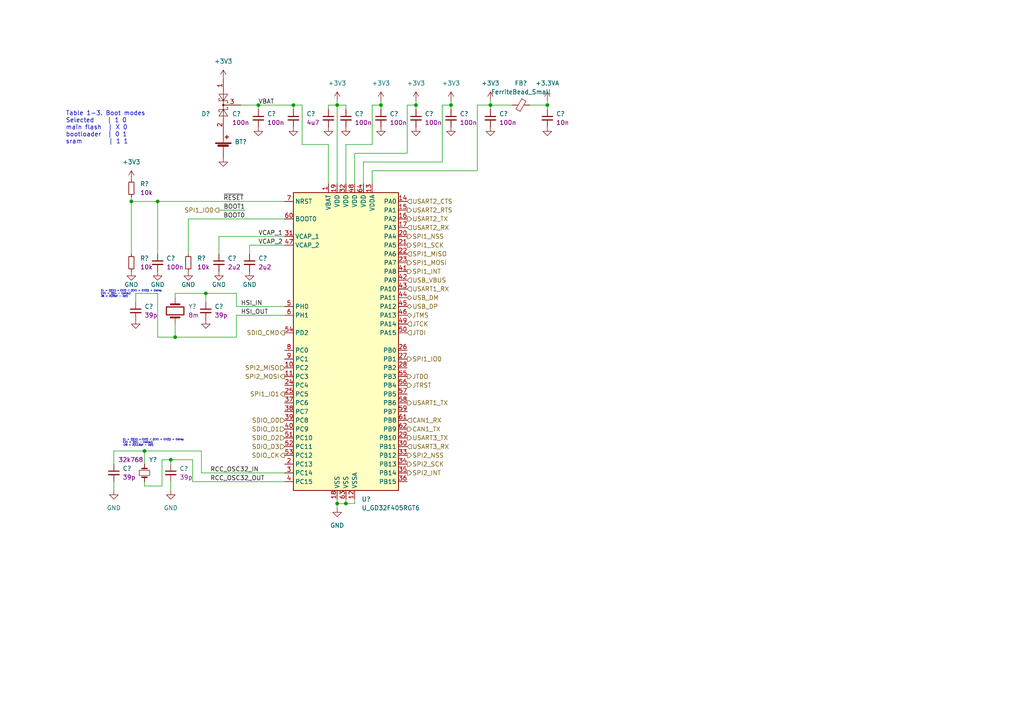
<source format=kicad_sch>
(kicad_sch (version 20211123) (generator eeschema)
  (paper "A4")
  (lib_symbols
    (symbol "BOM:BT_MS412FE-FL26E" (pin_numbers hide) (pin_names (offset 0) hide)
      (property "Reference" "BT" (at 2.54 2.54 0))
      (symbol "BT_MS412FE-FL26E_0_1"
        (rectangle (start -2.286 1.778) (end 2.286 1.524) (fill (type outline)))
        (rectangle (start -1.5748 1.1938) (end 1.4732 0.6858) (fill (type outline)))
        (polyline (pts (xy 0 0.762) (xy 0 0)))
        (polyline (pts (xy 0 1.778) (xy 0 2.54)))
        (polyline (pts (xy 0.508 3.429) (xy 1.524 3.429)) (stroke (width 0.254)))
        (polyline (pts (xy 1.016 3.937) (xy 1.016 2.921)) (stroke (width 0.254)))
      )
      (symbol "BT_MS412FE-FL26E_1_1"
        (pin passive line (at 0 5.08 270) (length 2.54) (name "+") (number "1"))
        (pin passive line (at 0 -2.54 90) (length 2.54) (name "-") (number "2"))
      )
    )
    (symbol "BOM:C_0402_100n" (pin_numbers hide) (pin_names (offset 0.254) hide)
      (property "Reference" "C" (at 0.254 1.778 0))
      (property "Capicatance" "100n" (at 3.81 -2.54 0))
      (symbol "C_0402_100n_0_1"
        (polyline (pts (xy -1.524 -0.508) (xy 1.524 -0.508)) (stroke (width 0.3302)))
        (polyline (pts (xy -1.524 0.508) (xy 1.524 0.508)) (stroke (width 0.3048)))
      )
      (symbol "C_0402_100n_1_1"
        (pin passive line (at 0 2.54 270) (length 2.032) (name "~") (number "1"))
        (pin passive line (at 0 -2.54 90) (length 2.032) (name "~") (number "2"))
      )
    )
    (symbol "BOM:C_0402_10n" (pin_numbers hide) (pin_names (offset 0.254) hide)
      (property "Reference" "C" (at 0.254 1.778 0))
      (property "Capicatance" "10n" (at 3.81 -2.54 0))
      (symbol "C_0402_10n_0_1"
        (polyline (pts (xy -1.524 -0.508) (xy 1.524 -0.508)) (stroke (width 0.3302)))
        (polyline (pts (xy -1.524 0.508) (xy 1.524 0.508)) (stroke (width 0.3048)))
      )
      (symbol "C_0402_10n_1_1"
        (pin passive line (at 0 2.54 270) (length 2.032) (name "~") (number "1"))
        (pin passive line (at 0 -2.54 90) (length 2.032) (name "~") (number "2"))
      )
    )
    (symbol "BOM:C_0402_2u2" (pin_numbers hide) (pin_names (offset 0.254) hide)
      (property "Reference" "C" (at 0.254 1.778 0))
      (property "Capacitance" "2u2" (at 3.81 -2.54 0))
      (symbol "C_0402_2u2_0_1"
        (polyline (pts (xy -1.524 -0.508) (xy 1.524 -0.508)) (stroke (width 0.3302)))
        (polyline (pts (xy -1.524 0.508) (xy 1.524 0.508)) (stroke (width 0.3048)))
      )
      (symbol "C_0402_2u2_1_1"
        (pin passive line (at 0 2.54 270) (length 2.032) (name "~") (number "1"))
        (pin passive line (at 0 -2.54 90) (length 2.032) (name "~") (number "2"))
      )
    )
    (symbol "BOM:C_0402_39p" (pin_numbers hide) (pin_names (offset 0.254) hide)
      (property "Reference" "C" (at 0.254 1.778 0))
      (property "Capacitance" "39p" (at 2.54 -2.54 0))
      (symbol "C_0402_39p_0_1"
        (polyline (pts (xy -1.524 -0.508) (xy 1.524 -0.508)) (stroke (width 0.3302)))
        (polyline (pts (xy -1.524 0.508) (xy 1.524 0.508)) (stroke (width 0.3048)))
      )
      (symbol "C_0402_39p_1_1"
        (pin passive line (at 0 2.54 270) (length 2.032) (name "~") (number "1"))
        (pin passive line (at 0 -2.54 90) (length 2.032) (name "~") (number "2"))
      )
    )
    (symbol "BOM:C_0402_4u7" (pin_numbers hide) (pin_names (offset 0.254) hide)
      (property "Reference" "C" (at 0.254 1.778 0))
      (property "Capicatance" "4u7" (at 0 0 0))
      (symbol "C_0402_4u7_0_1"
        (polyline (pts (xy -1.524 -0.508) (xy 1.524 -0.508)) (stroke (width 0.3302)))
        (polyline (pts (xy -1.524 0.508) (xy 1.524 0.508)) (stroke (width 0.3048)))
      )
      (symbol "C_0402_4u7_1_1"
        (pin passive line (at 0 2.54 270) (length 2.032) (name "~") (number "1"))
        (pin passive line (at 0 -2.54 90) (length 2.032) (name "~") (number "2"))
      )
    )
    (symbol "BOM:D_BAT54C" (pin_names (offset 1.016))
      (property "Reference" "D" (at 0.635 -3.81 0))
      (property "Value" "D_BAT54C" (at -6.35 3.175 0))
      (symbol "D_BAT54C_0_1"
        (polyline (pts (xy -1.905 0) (xy 1.905 0)))
        (polyline (pts (xy -1.905 1.27) (xy -1.905 1.016)))
        (polyline (pts (xy -1.27 -1.27) (xy -0.635 -1.27)))
        (polyline (pts (xy -1.27 0) (xy -3.81 0)))
        (polyline (pts (xy -1.27 1.27) (xy -1.905 1.27)))
        (polyline (pts (xy -1.27 1.27) (xy -1.27 -1.27)))
        (polyline (pts (xy -0.635 -1.27) (xy -0.635 -1.016)))
        (polyline (pts (xy 0.635 -1.27) (xy 0.635 -1.016)))
        (polyline (pts (xy 1.27 -1.27) (xy 0.635 -1.27)))
        (polyline (pts (xy 1.27 1.27) (xy 1.27 -1.27)))
        (polyline (pts (xy 1.27 1.27) (xy 1.905 1.27)))
        (polyline (pts (xy 1.905 1.27) (xy 1.905 1.016)))
        (polyline (pts (xy 3.81 0) (xy 1.27 0)))
        (polyline (pts (xy -3.175 -1.27) (xy -3.175 1.27) (xy -1.27 0) (xy -3.175 -1.27)))
        (polyline (pts (xy 3.175 -1.27) (xy 3.175 1.27) (xy 1.27 0) (xy 3.175 -1.27)))
        (circle (center 0 0) (radius 0.254) (fill (type outline)))
      )
      (symbol "D_BAT54C_1_1"
        (pin passive line (at -7.62 0 0) (length 3.81) (name "~") (number "1"))
        (pin passive line (at 7.62 0 180) (length 3.81) (name "~") (number "2"))
        (pin passive line (at 0 -5.08 90) (length 5.08) (name "~") (number "3"))
      )
    )
    (symbol "BOM:FerriteBead_Small" (pin_numbers hide) (pin_names (offset 0))
      (property "Reference" "FB" (at 1.905 1.27 0))
      (property "Value" "FerriteBead_Small" (at 1.905 -1.27 0))
      (symbol "FerriteBead_Small_0_1"
        (polyline (pts (xy 0 -1.27) (xy 0 -0.7874)))
        (polyline (pts (xy 0 0.889) (xy 0 1.2954)))
        (polyline (pts (xy -1.8288 0.2794) (xy -1.1176 1.4986) (xy 1.8288 -0.2032) (xy 1.1176 -1.4224) (xy -1.8288 0.2794)))
      )
      (symbol "FerriteBead_Small_1_1"
        (pin passive line (at 0 2.54 270) (length 1.27) (name "~") (number "1"))
        (pin passive line (at 0 -2.54 90) (length 1.27) (name "~") (number "2"))
      )
    )
    (symbol "BOM:R_0402_10k" (pin_numbers hide) (pin_names (offset 0.254) hide)
      (property "Reference" "R" (at 0.762 0.508 0))
      (property "Resistance" "10k" (at 3.81 -1.27 0))
      (symbol "R_0402_10k_0_1"
        (rectangle (start -0.762 1.778) (end 0.762 -1.778) (stroke (width 0.2032)))
      )
      (symbol "R_0402_10k_1_1"
        (pin passive line (at 0 2.54 270) (length 0.762) (name "~") (number "1"))
        (pin passive line (at 0 -2.54 90) (length 0.762) (name "~") (number "2"))
      )
    )
    (symbol "BOM:U_GD32F405RGT6"
      (property "Reference" "U" (at -15.24 44.45 0))
      (property "Value" "U_GD32F405RGT6" (at 10.16 44.45 0))
      (symbol "U_GD32F405RGT6_0_1"
        (rectangle (start -15.24 -43.18) (end 15.24 43.18) (stroke (width 0.254)) (fill (type background)))
      )
      (symbol "U_GD32F405RGT6_1_1"
        (pin power_in line (at -5.08 45.72 270) (length 2.54) (name "VBAT") (number "1"))
        (pin bidirectional line (at -17.78 -7.62 0) (length 2.54) (name "PC2") (number "10"))
        (pin bidirectional line (at -17.78 -10.16 0) (length 2.54) (name "PC3") (number "11"))
        (pin power_in line (at 2.54 -45.72 90) (length 2.54) (name "VSSA") (number "12"))
        (pin power_in line (at 7.62 45.72 270) (length 2.54) (name "VDDA") (number "13"))
        (pin bidirectional line (at 17.78 40.64 180) (length 2.54) (name "PA0") (number "14"))
        (pin bidirectional line (at 17.78 38.1 180) (length 2.54) (name "PA1") (number "15"))
        (pin bidirectional line (at 17.78 35.56 180) (length 2.54) (name "PA2") (number "16"))
        (pin bidirectional line (at 17.78 33.02 180) (length 2.54) (name "PA3") (number "17"))
        (pin power_in line (at -2.54 -45.72 90) (length 2.54) (name "VSS") (number "18"))
        (pin power_in line (at -2.54 45.72 270) (length 2.54) (name "VDD") (number "19"))
        (pin bidirectional line (at -17.78 -35.56 0) (length 2.54) (name "PC13") (number "2"))
        (pin bidirectional line (at 17.78 30.48 180) (length 2.54) (name "PA4") (number "20"))
        (pin bidirectional line (at 17.78 27.94 180) (length 2.54) (name "PA5") (number "21"))
        (pin bidirectional line (at 17.78 25.4 180) (length 2.54) (name "PA6") (number "22"))
        (pin bidirectional line (at 17.78 22.86 180) (length 2.54) (name "PA7") (number "23"))
        (pin bidirectional line (at -17.78 -12.7 0) (length 2.54) (name "PC4") (number "24"))
        (pin bidirectional line (at -17.78 -15.24 0) (length 2.54) (name "PC5") (number "25"))
        (pin bidirectional line (at 17.78 -2.54 180) (length 2.54) (name "PB0") (number "26"))
        (pin bidirectional line (at 17.78 -5.08 180) (length 2.54) (name "PB1") (number "27"))
        (pin bidirectional line (at 17.78 -7.62 180) (length 2.54) (name "PB2") (number "28"))
        (pin bidirectional line (at 17.78 -27.94 180) (length 2.54) (name "PB10") (number "29"))
        (pin bidirectional line (at -17.78 -38.1 0) (length 2.54) (name "PC14") (number "3"))
        (pin bidirectional line (at 17.78 -30.48 180) (length 2.54) (name "PB11") (number "30"))
        (pin power_in line (at -17.78 30.48 0) (length 2.54) (name "VCAP_1") (number "31"))
        (pin power_in line (at 0 45.72 270) (length 2.54) (name "VDD") (number "32"))
        (pin bidirectional line (at 17.78 -33.02 180) (length 2.54) (name "PB12") (number "33"))
        (pin bidirectional line (at 17.78 -35.56 180) (length 2.54) (name "PB13") (number "34"))
        (pin bidirectional line (at 17.78 -38.1 180) (length 2.54) (name "PB14") (number "35"))
        (pin bidirectional line (at 17.78 -40.64 180) (length 2.54) (name "PB15") (number "36"))
        (pin bidirectional line (at -17.78 -17.78 0) (length 2.54) (name "PC6") (number "37"))
        (pin bidirectional line (at -17.78 -20.32 0) (length 2.54) (name "PC7") (number "38"))
        (pin bidirectional line (at -17.78 -22.86 0) (length 2.54) (name "PC8") (number "39"))
        (pin bidirectional line (at -17.78 -40.64 0) (length 2.54) (name "PC15") (number "4"))
        (pin bidirectional line (at -17.78 -25.4 0) (length 2.54) (name "PC9") (number "40"))
        (pin bidirectional line (at 17.78 20.32 180) (length 2.54) (name "PA8") (number "41"))
        (pin bidirectional line (at 17.78 17.78 180) (length 2.54) (name "PA9") (number "42"))
        (pin bidirectional line (at 17.78 15.24 180) (length 2.54) (name "PA10") (number "43"))
        (pin bidirectional line (at 17.78 12.7 180) (length 2.54) (name "PA11") (number "44"))
        (pin bidirectional line (at 17.78 10.16 180) (length 2.54) (name "PA12") (number "45"))
        (pin bidirectional line (at 17.78 7.62 180) (length 2.54) (name "PA13") (number "46"))
        (pin power_in line (at -17.78 27.94 0) (length 2.54) (name "VCAP_2") (number "47"))
        (pin power_in line (at 2.54 45.72 270) (length 2.54) (name "VDD") (number "48"))
        (pin bidirectional line (at 17.78 5.08 180) (length 2.54) (name "PA14") (number "49"))
        (pin input line (at -17.78 10.16 0) (length 2.54) (name "PH0") (number "5"))
        (pin bidirectional line (at 17.78 2.54 180) (length 2.54) (name "PA15") (number "50"))
        (pin bidirectional line (at -17.78 -27.94 0) (length 2.54) (name "PC10") (number "51"))
        (pin bidirectional line (at -17.78 -30.48 0) (length 2.54) (name "PC11") (number "52"))
        (pin bidirectional line (at -17.78 -33.02 0) (length 2.54) (name "PC12") (number "53"))
        (pin bidirectional line (at -17.78 2.54 0) (length 2.54) (name "PD2") (number "54"))
        (pin bidirectional line (at 17.78 -10.16 180) (length 2.54) (name "PB3") (number "55"))
        (pin bidirectional line (at 17.78 -12.7 180) (length 2.54) (name "PB4") (number "56"))
        (pin bidirectional line (at 17.78 -15.24 180) (length 2.54) (name "PB5") (number "57"))
        (pin bidirectional line (at 17.78 -17.78 180) (length 2.54) (name "PB6") (number "58"))
        (pin bidirectional line (at 17.78 -20.32 180) (length 2.54) (name "PB7") (number "59"))
        (pin input line (at -17.78 7.62 0) (length 2.54) (name "PH1") (number "6"))
        (pin input line (at -17.78 35.56 0) (length 2.54) (name "BOOT0") (number "60"))
        (pin bidirectional line (at 17.78 -22.86 180) (length 2.54) (name "PB8") (number "61"))
        (pin bidirectional line (at 17.78 -25.4 180) (length 2.54) (name "PB9") (number "62"))
        (pin power_in line (at 0 -45.72 90) (length 2.54) (name "VSS") (number "63"))
        (pin power_in line (at 5.08 45.72 270) (length 2.54) (name "VDD") (number "64"))
        (pin input line (at -17.78 40.64 0) (length 2.54) (name "NRST") (number "7"))
        (pin bidirectional line (at -17.78 -2.54 0) (length 2.54) (name "PC0") (number "8"))
        (pin bidirectional line (at -17.78 -5.08 0) (length 2.54) (name "PC1") (number "9"))
      )
    )
    (symbol "BOM:Y_32.768k" (pin_numbers hide) (pin_names (offset 1.016) hide)
      (property "Reference" "Y" (at 0 2.54 0))
      (property "Frequency" "32k768" (at 0 0 0))
      (symbol "Y_32.768k_0_1"
        (rectangle (start -0.762 -1.524) (end 0.762 1.524))
        (polyline (pts (xy -1.27 -0.762) (xy -1.27 0.762)) (stroke (width 0.381)))
        (polyline (pts (xy 1.27 -0.762) (xy 1.27 0.762)) (stroke (width 0.381)))
      )
      (symbol "Y_32.768k_1_1"
        (pin passive line (at -2.54 0 0) (length 1.27) (name "1") (number "1"))
        (pin passive line (at 2.54 0 180) (length 1.27) (name "2") (number "2"))
      )
    )
    (symbol "BOM:Y_8m" (pin_numbers hide) (pin_names (offset 1.016) hide)
      (property "Reference" "Y" (at 0 3.81 0))
      (property "Frequency" "8m" (at 0 0 0))
      (symbol "Y_8m_0_1"
        (rectangle (start -1.143 2.54) (end 1.143 -2.54) (stroke (width 0.3048)))
        (polyline (pts (xy -2.54 0) (xy -1.905 0)))
        (polyline (pts (xy -1.905 -1.27) (xy -1.905 1.27)) (stroke (width 0.508)))
        (polyline (pts (xy 1.905 -1.27) (xy 1.905 1.27)) (stroke (width 0.508)))
        (polyline (pts (xy 2.54 0) (xy 1.905 0)))
      )
      (symbol "Y_8m_1_1"
        (pin passive line (at -3.81 0 0) (length 1.27) (name "1") (number "1"))
        (pin passive line (at 3.81 0 180) (length 1.27) (name "2") (number "2"))
      )
    )
    (symbol "power:+3.3VA" (power) (pin_names (offset 0))
      (property "Value" "+3.3VA" (at 0 3.556 0))
      (symbol "+3.3VA_0_1"
        (polyline (pts (xy -0.762 1.27) (xy 0 2.54)))
        (polyline (pts (xy 0 0) (xy 0 2.54)))
        (polyline (pts (xy 0 2.54) (xy 0.762 1.27)))
      )
      (symbol "+3.3VA_1_1"
        (pin power_in line (at 0 0 90) (length 0) hide (name "+3.3VA") (number "1"))
      )
    )
    (symbol "power:+3V3" (power) (pin_names (offset 0))
      (property "Value" "+3V3" (at 0 3.556 0))
      (symbol "+3V3_0_1"
        (polyline (pts (xy -0.762 1.27) (xy 0 2.54)))
        (polyline (pts (xy 0 0) (xy 0 2.54)))
        (polyline (pts (xy 0 2.54) (xy 0.762 1.27)))
      )
      (symbol "+3V3_1_1"
        (pin power_in line (at 0 0 90) (length 0) hide (name "+3V3") (number "1"))
      )
    )
    (symbol "power:GND" (power) (pin_names (offset 0))
      (property "Value" "GND" (at 0 -3.81 0))
      (symbol "GND_0_1"
        (polyline (pts (xy 0 0) (xy 0 -1.27) (xy 1.27 -1.27) (xy 0 -2.54) (xy -1.27 -1.27) (xy 0 -1.27)))
      )
      (symbol "GND_1_1"
        (pin power_in line (at 0 0 270) (length 0) hide (name "GND") (number "1"))
      )
    )
  )
  (junction (at 158.75 30.48))
  (junction (at 97.79 146.05))
  (junction (at 45.72 58.42))
  (junction (at 142.24 30.48))
  (junction (at 130.81 30.48))
  (junction (at 74.93 30.48))
  (junction (at 41.91 130.81))
  (junction (at 85.09 30.48))
  (junction (at 49.53 133.35))
  (junction (at 100.33 146.05))
  (junction (at 120.65 30.48))
  (junction (at 110.49 30.48))
  (junction (at 38.1 58.42))
  (junction (at 50.8 97.79))
  (junction (at 59.69 85.09))
  (junction (at 97.79 30.48))
  (wire (pts (xy 49.53 133.35) (xy 55.88 133.35)))
  (wire (pts (xy 59.69 85.09) (xy 68.58 85.09)))
  (wire (pts (xy 69.85 30.48) (xy 74.93 30.48)))
  (wire (pts (xy 97.79 29.21) (xy 97.79 30.48)))
  (wire (pts (xy 82.55 68.58) (xy 63.5 68.58)))
  (wire (pts (xy 102.87 146.05) (xy 102.87 144.78)))
  (wire (pts (xy 55.88 133.35) (xy 55.88 139.7)))
  (wire (pts (xy 97.79 30.48) (xy 97.79 53.34)))
  (wire (pts (xy 50.8 93.98) (xy 50.8 97.79)))
  (wire (pts (xy 97.79 144.78) (xy 97.79 146.05)))
  (wire (pts (xy 33.02 139.7) (xy 33.02 142.24)))
  (wire (pts (xy 100.33 146.05) (xy 102.87 146.05)))
  (wire (pts (xy 74.93 30.48) (xy 85.09 30.48)))
  (wire (pts (xy 45.72 58.42) (xy 82.55 58.42)))
  (wire (pts (xy 153.67 30.48) (xy 158.75 30.48)))
  (wire (pts (xy 82.55 71.12) (xy 72.39 71.12)))
  (wire (pts (xy 59.69 85.09) (xy 59.69 87.63)))
  (wire (pts (xy 55.88 139.7) (xy 82.55 139.7)))
  (wire (pts (xy 97.79 146.05) (xy 100.33 146.05)))
  (wire (pts (xy 49.53 133.35) (xy 46.99 133.35)))
  (wire (pts (xy 45.72 85.09) (xy 45.72 97.79)))
  (wire (pts (xy 33.02 134.62) (xy 33.02 130.81)))
  (wire (pts (xy 95.25 30.48) (xy 97.79 30.48)))
  (wire (pts (xy 105.41 46.99) (xy 128.27 46.99)))
  (wire (pts (xy 58.42 130.81) (xy 41.91 130.81)))
  (wire (pts (xy 142.24 30.48) (xy 148.59 30.48)))
  (wire (pts (xy 100.33 146.05) (xy 100.33 144.78)))
  (wire (pts (xy 50.8 86.36) (xy 50.8 85.09)))
  (wire (pts (xy 102.87 44.45) (xy 118.11 44.45)))
  (wire (pts (xy 63.5 60.96) (xy 71.12 60.96)))
  (wire (pts (xy 87.63 41.91) (xy 95.25 41.91)))
  (wire (pts (xy 100.33 30.48) (xy 97.79 30.48)))
  (wire (pts (xy 107.95 49.53) (xy 138.43 49.53)))
  (wire (pts (xy 95.25 41.91) (xy 95.25 53.34)))
  (wire (pts (xy 105.41 46.99) (xy 105.41 53.34)))
  (wire (pts (xy 138.43 30.48) (xy 142.24 30.48)))
  (wire (pts (xy 49.53 139.7) (xy 49.53 142.24)))
  (wire (pts (xy 95.25 31.75) (xy 95.25 30.48)))
  (wire (pts (xy 142.24 30.48) (xy 142.24 31.75)))
  (wire (pts (xy 130.81 29.21) (xy 130.81 30.48)))
  (wire (pts (xy 85.09 30.48) (xy 87.63 30.48)))
  (wire (pts (xy 38.1 58.42) (xy 45.72 58.42)))
  (wire (pts (xy 50.8 85.09) (xy 59.69 85.09)))
  (wire (pts (xy 68.58 88.9) (xy 82.55 88.9)))
  (wire (pts (xy 46.99 140.97) (xy 41.91 140.97)))
  (wire (pts (xy 110.49 30.48) (xy 107.95 30.48)))
  (wire (pts (xy 72.39 71.12) (xy 72.39 73.66)))
  (wire (pts (xy 45.72 58.42) (xy 45.72 73.66)))
  (wire (pts (xy 138.43 49.53) (xy 138.43 30.48)))
  (wire (pts (xy 120.65 29.21) (xy 120.65 30.48)))
  (wire (pts (xy 74.93 30.48) (xy 74.93 31.75)))
  (wire (pts (xy 45.72 85.09) (xy 39.37 85.09)))
  (wire (pts (xy 49.53 134.62) (xy 49.53 133.35)))
  (wire (pts (xy 87.63 30.48) (xy 87.63 41.91)))
  (wire (pts (xy 107.95 53.34) (xy 107.95 49.53)))
  (wire (pts (xy 107.95 30.48) (xy 107.95 41.91)))
  (wire (pts (xy 100.33 41.91) (xy 100.33 53.34)))
  (wire (pts (xy 58.42 137.16) (xy 82.55 137.16)))
  (wire (pts (xy 97.79 146.05) (xy 97.79 147.32)))
  (wire (pts (xy 110.49 29.21) (xy 110.49 30.48)))
  (wire (pts (xy 63.5 68.58) (xy 63.5 73.66)))
  (wire (pts (xy 128.27 30.48) (xy 130.81 30.48)))
  (wire (pts (xy 118.11 44.45) (xy 118.11 30.48)))
  (wire (pts (xy 38.1 73.66) (xy 38.1 58.42)))
  (wire (pts (xy 39.37 85.09) (xy 39.37 87.63)))
  (wire (pts (xy 50.8 97.79) (xy 45.72 97.79)))
  (wire (pts (xy 68.58 91.44) (xy 68.58 97.79)))
  (wire (pts (xy 54.61 63.5) (xy 54.61 73.66)))
  (wire (pts (xy 46.99 133.35) (xy 46.99 140.97)))
  (wire (pts (xy 82.55 91.44) (xy 68.58 91.44)))
  (wire (pts (xy 142.24 29.21) (xy 142.24 30.48)))
  (wire (pts (xy 41.91 130.81) (xy 41.91 134.62)))
  (wire (pts (xy 130.81 30.48) (xy 130.81 31.75)))
  (wire (pts (xy 68.58 85.09) (xy 68.58 88.9)))
  (wire (pts (xy 118.11 30.48) (xy 120.65 30.48)))
  (wire (pts (xy 107.95 41.91) (xy 100.33 41.91)))
  (wire (pts (xy 102.87 44.45) (xy 102.87 53.34)))
  (wire (pts (xy 38.1 57.15) (xy 38.1 58.42)))
  (wire (pts (xy 54.61 63.5) (xy 82.55 63.5)))
  (wire (pts (xy 68.58 97.79) (xy 50.8 97.79)))
  (wire (pts (xy 120.65 30.48) (xy 120.65 31.75)))
  (wire (pts (xy 128.27 46.99) (xy 128.27 30.48)))
  (wire (pts (xy 58.42 137.16) (xy 58.42 130.81)))
  (wire (pts (xy 100.33 31.75) (xy 100.33 30.48)))
  (wire (pts (xy 41.91 140.97) (xy 41.91 139.7)))
  (wire (pts (xy 33.02 130.81) (xy 41.91 130.81)))
  (wire (pts (xy 158.75 29.21) (xy 158.75 30.48)))
  (wire (pts (xy 158.75 31.75) (xy 158.75 30.48)))
  (wire (pts (xy 110.49 31.75) (xy 110.49 30.48)))
  (wire (pts (xy 85.09 31.75) (xy 85.09 30.48)))
  (text "CL = ((CX1 x CX2) / (CX1 + CX2)) + Cstray\nCX1 = 2(CL - Cstray)\n36 = 2(20pf - 2pf)" (at 29.21 86.36 0) (effects (font (size 0.5 0.5)) (justify left bottom)))
  (text "Table 1-3. Boot modes\nSelected    | 1 0\nmain flash  | X 0\nbootloader  | 0 1\nsram        | 1 1" (at 19.05 41.91 0) (effects (font (size 1.27 1.27)) (justify left bottom)))
  (text "CL = ((CX1 x CX2) / (CX1 + CX2)) + Cstray\nCX1 = 2(CL - Cstray)\n~20 = 2(12.5pf - 2pf)" (at 35.56 129.54 0) (effects (font (size 0.5 0.5)) (justify left bottom)))
  (label "~{RESET}" (at 64.77 58.42 0))
  (label "BOOT0" (at 64.77 63.5 0))
  (label "VCAP_2" (at 74.93 71.12 0))
  (label "BOOT1" (at 71.12 60.96 180))
  (label "RCC_OSC32_IN" (at 60.96 137.16 0))
  (label "HSI_IN" (at 69.85 88.9 0))
  (label "VBAT" (at 74.93 30.48 0))
  (label "RCC_OSC32_OUT" (at 60.96 139.7 0))
  (label "VCAP_1" (at 74.93 68.58 0))
  (label "HSI_OUT" (at 69.85 91.44 0))
  (hierarchical_label "USART3_TX" (shape output) (at 118.11 127 0))
  (hierarchical_label "SPI1_NSS" (shape output) (at 118.11 68.58 0))
  (hierarchical_label "SPI2_SCK" (shape output) (at 118.11 134.62 0))
  (hierarchical_label "USART2_RTS" (shape output) (at 118.11 60.96 0))
  (hierarchical_label "USART1_TX" (shape output) (at 118.11 116.84 0))
  (hierarchical_label "USART3_RX" (shape input) (at 118.11 129.54 0))
  (hierarchical_label "SPI1_IO0" (shape output) (at 118.11 104.14 0))
  (hierarchical_label "SPI2_NSS" (shape output) (at 118.11 132.08 0))
  (hierarchical_label "SDIO_D0" (shape input) (at 82.55 121.92 180))
  (hierarchical_label "SDIO_D3" (shape input) (at 82.55 129.54 180))
  (hierarchical_label "SPI1_IO1" (shape output) (at 82.55 114.3 180))
  (hierarchical_label "SDIO_CMD" (shape output) (at 82.55 96.52 180))
  (hierarchical_label "USB_DP" (shape bidirectional) (at 118.11 88.9 0))
  (hierarchical_label "USART2_CTS" (shape input) (at 118.11 58.42 0))
  (hierarchical_label "USB_VBUS" (shape input) (at 118.11 81.28 0))
  (hierarchical_label "USB_DM" (shape bidirectional) (at 118.11 86.36 0))
  (hierarchical_label "USART1_RX" (shape input) (at 118.11 83.82 0))
  (hierarchical_label "JTDI" (shape input) (at 118.11 96.52 0))
  (hierarchical_label "SPI1_INT" (shape output) (at 118.11 78.74 0))
  (hierarchical_label "JTCK" (shape input) (at 118.11 93.98 0))
  (hierarchical_label "SPI2_MOSI" (shape output) (at 82.55 109.22 180))
  (hierarchical_label "JTRST" (shape output) (at 118.11 111.76 0))
  (hierarchical_label "SPI1_IO0" (shape output) (at 63.5 60.96 180))
  (hierarchical_label "USART2_TX" (shape output) (at 118.11 63.5 0))
  (hierarchical_label "SPI2_MISO" (shape input) (at 82.55 106.68 180))
  (hierarchical_label "SPI1_MISO" (shape input) (at 118.11 73.66 0))
  (hierarchical_label "CAN1_TX" (shape output) (at 118.11 124.46 0))
  (hierarchical_label "JTDO" (shape output) (at 118.11 109.22 0))
  (hierarchical_label "SDIO_D1" (shape input) (at 82.55 124.46 180))
  (hierarchical_label "JTMS" (shape bidirectional) (at 118.11 91.44 0))
  (hierarchical_label "USART2_RX" (shape input) (at 118.11 66.04 0))
  (hierarchical_label "SPI1_SCK" (shape output) (at 118.11 71.12 0))
  (hierarchical_label "CAN1_RX" (shape input) (at 118.11 121.92 0))
  (hierarchical_label "SDIO_CK" (shape output) (at 82.55 132.08 180))
  (hierarchical_label "SPI2_INT" (shape output) (at 118.11 137.16 0))
  (hierarchical_label "SPI1_MOSI" (shape output) (at 118.11 76.2 0))
  (hierarchical_label "SDIO_D2" (shape input) (at 82.55 127 180))
  (symbol (lib_id "power:GND") (at 54.61 78.74 0) (unit 1)
    (property "Reference" "#PWR?" (effects hide))
    (property "Value" "GND" (at 54.61 82.55 0))
  )
  (symbol (lib_id "BOM:C_0402_39p") (at 59.69 90.17 0) (unit 1)
    (property "Reference" "C?" (at 62.23 88.9062 0) (effects (justify left)))
    (property "Value" "C_0402_39p" (effects hide))
    (property "Footprint" "Capacitor_SMD:C_0402_1005Metric" (effects hide))
    (property "Datasheet" "https://datasheet.lcsc.com/lcsc/1811141710_FH--Guangdong-Fenghua-Advanced-Tech-0402CG390J500NT_C1563.pdf" (effects hide))
    (property "Capacitance" "39p" (at 62.23 91.4462 0) (effects (justify left)))
    (property "MPN" "0402CG390J500NT" (effects hide))
    (property "LCSC" "C1563" (effects hide))
  )
  (symbol (lib_id "power:GND") (at 158.75 36.83 0) (unit 1)
    (property "Reference" "#PWR?" (effects hide))
    (property "Value" "GND" (effects hide))
  )
  (symbol (lib_id "power:GND") (at 63.5 78.74 0) (unit 1)
    (property "Reference" "#PWR?" (effects hide))
    (property "Value" "GND" (at 63.5 82.55 0))
  )
  (symbol (lib_id "BOM:C_0402_100n") (at 85.09 34.29 0) (unit 1)
    (property "Reference" "C?" (at 77.47 33.0262 0) (effects (justify left)))
    (property "Value" "C_0402_100n" (effects hide))
    (property "Footprint" "Capacitor_SMD:C_0402_1005Metric" (effects hide))
    (property "Capicatance" "100n" (at 77.47 35.5662 0) (effects (justify left)))
  )
  (symbol (lib_id "BOM:C_0402_2u2") (at 63.5 76.2 0) (unit 1)
    (property "Reference" "C?" (at 66.04 74.9362 0) (effects (justify left)))
    (property "Value" "C_0402_2u2" (effects hide))
    (property "Footprint" "Capacitor_SMD:C_0402_1005Metric" (effects hide))
    (property "Capacitance" "2u2" (at 66.04 77.4762 0) (effects (justify left)))
  )
  (symbol (lib_id "power:GND") (at 95.25 36.83 0) (unit 1)
    (property "Reference" "#PWR?" (effects hide))
    (property "Value" "GND" (effects hide))
  )
  (symbol (lib_id "power:+3V3") (at 110.49 29.21 0) (unit 1)
    (property "Reference" "#PWR?" (effects hide))
    (property "Value" "+3V3" (at 110.49 24.13 0))
  )
  (symbol (lib_id "power:+3.3VA") (at 158.75 29.21 0) (unit 1)
    (property "Reference" "#PWR?" (effects hide))
    (property "Value" "+3.3VA" (at 158.75 24.13 0))
  )
  (symbol (lib_id "power:GND") (at 45.72 78.74 0) (unit 1)
    (property "Reference" "#PWR?" (effects hide))
    (property "Value" "GND" (at 45.72 82.55 0))
  )
  (symbol (lib_id "power:GND") (at 38.1 78.74 0) (unit 1)
    (property "Reference" "#PWR?" (effects hide))
    (property "Value" "GND" (at 38.1 82.55 0))
  )
  (symbol (lib_id "power:GND") (at 97.79 147.32 0) (unit 1)
    (property "Reference" "#PWR?" (effects hide))
    (property "Value" "GND" (at 97.79 152.4 0))
  )
  (symbol (lib_id "power:GND") (at 130.81 36.83 0) (unit 1)
    (property "Reference" "#PWR?" (effects hide))
    (property "Value" "GND" (effects hide))
  )
  (symbol (lib_id "power:+3V3") (at 64.77 22.86 0) (unit 1)
    (property "Reference" "#PWR?" (effects hide))
    (property "Value" "+3V3" (at 64.77 17.78 0))
  )
  (symbol (lib_id "BOM:C_0402_39p") (at 39.37 90.17 0) (unit 1)
    (property "Reference" "C?" (at 41.91 88.9062 0) (effects (justify left)))
    (property "Value" "C_0402_39p" (effects hide))
    (property "Footprint" "Capacitor_SMD:C_0402_1005Metric" (effects hide))
    (property "Datasheet" "https://datasheet.lcsc.com/lcsc/1811141710_FH--Guangdong-Fenghua-Advanced-Tech-0402CG390J500NT_C1563.pdf" (effects hide))
    (property "Capacitance" "39p" (at 41.91 91.4462 0) (effects (justify left)))
    (property "MPN" "0402CG390J500NT" (effects hide))
    (property "LCSC" "C1563" (effects hide))
  )
  (symbol (lib_id "power:GND") (at 74.93 36.83 0) (unit 1)
    (property "Reference" "#PWR?" (effects hide))
    (property "Value" "GND" (effects hide))
  )
  (symbol (lib_id "power:GND") (at 49.53 142.24 0) (unit 1)
    (property "Reference" "#PWR?" (effects hide))
    (property "Value" "GND" (at 49.53 147.32 0))
  )
  (symbol (lib_id "power:GND") (at 72.39 78.74 0) (unit 1)
    (property "Reference" "#PWR?" (effects hide))
    (property "Value" "GND" (at 72.39 82.55 0))
  )
  (symbol (lib_id "power:+3V3") (at 120.65 29.21 0) (unit 1)
    (property "Reference" "#PWR?" (effects hide))
    (property "Value" "+3V3" (at 120.65 24.13 0))
  )
  (symbol (lib_id "BOM:C_0402_100n") (at 130.81 34.29 0) (unit 1)
    (property "Reference" "C?" (at 133.35 33.0262 0) (effects (justify left)))
    (property "Value" "C_0402_100n" (effects hide))
    (property "Footprint" "Capacitor_SMD:C_0402_1005Metric" (effects hide))
    (property "Capicatance" "100n" (at 133.35 35.5662 0) (effects (justify left)))
  )
  (symbol (lib_id "BOM:C_0402_39p") (at 33.02 137.16 0) (unit 1)
    (property "Reference" "C?" (at 35.56 135.8962 0) (effects (justify left)))
    (property "Value" "C_0402_39p" (effects hide))
    (property "Footprint" "Capacitor_SMD:C_0402_1005Metric" (effects hide))
    (property "Datasheet" "https://datasheet.lcsc.com/lcsc/1811141710_FH--Guangdong-Fenghua-Advanced-Tech-0402CG390J500NT_C1563.pdf" (effects hide))
    (property "Capacitance" "39p" (at 35.56 138.4362 0) (effects (justify left)))
    (property "MPN" "0402CG390J500NT" (effects hide))
    (property "LCSC" "C1563" (effects hide))
  )
  (symbol (lib_id "power:GND") (at 85.09 36.83 0) (unit 1)
    (property "Reference" "#PWR?" (effects hide))
    (property "Value" "GND" (effects hide))
  )
  (symbol (lib_id "power:GND") (at 64.77 45.72 0) (unit 1)
    (property "Reference" "#PWR?" (effects hide))
    (property "Value" "GND" (effects hide))
  )
  (symbol (lib_id "power:GND") (at 110.49 36.83 0) (unit 1)
    (property "Reference" "#PWR?" (effects hide))
    (property "Value" "GND" (effects hide))
  )
  (symbol (lib_id "BOM:C_0402_4u7") (at 95.25 34.29 0) (unit 1)
    (property "Reference" "C?" (at 88.9 33.0262 0) (effects (justify left)))
    (property "Value" "C_0402_4u7" (effects hide))
    (property "Footprint" "Capacitor_SMD:C_0402_1005Metric" (effects hide))
    (property "Capicatance" "4u7" (at 88.9 35.5662 0) (effects (justify left)))
  )
  (symbol (lib_id "BOM:FerriteBead_Small") (at 151.13 30.48 90) (unit 1)
    (property "Reference" "FB?" (at 151.0919 24.13 90))
    (property "Value" "FerriteBead_Small" (at 151.0919 26.67 90))
  )
  (symbol (lib_id "BOM:C_0402_10n") (at 158.75 34.29 0) (unit 1)
    (property "Reference" "C?" (at 161.29 33.0262 0) (effects (justify left)))
    (property "Value" "C_0402_10n" (effects hide))
    (property "Footprint" "Capacitor_SMD:C_0402_1005Metric" (effects hide))
    (property "Capicatance" "10n" (at 161.29 35.5662 0) (effects (justify left)))
  )
  (symbol (lib_id "power:+3V3") (at 97.79 29.21 0) (unit 1)
    (property "Reference" "#PWR?" (effects hide))
    (property "Value" "+3V3" (at 97.79 24.13 0))
  )
  (symbol (lib_id "BOM:C_0402_100n") (at 120.65 34.29 0) (unit 1)
    (property "Reference" "C?" (at 123.19 33.0262 0) (effects (justify left)))
    (property "Value" "C_0402_100n" (effects hide))
    (property "Footprint" "Capacitor_SMD:C_0402_1005Metric" (effects hide))
    (property "Capicatance" "100n" (at 123.19 35.5662 0) (effects (justify left)))
  )
  (symbol (lib_id "BOM:C_0402_100n") (at 142.24 34.29 0) (unit 1)
    (property "Reference" "C?" (at 144.78 33.0262 0) (effects (justify left)))
    (property "Value" "C_0402_100n" (effects hide))
    (property "Footprint" "Capacitor_SMD:C_0402_1005Metric" (effects hide))
    (property "Capicatance" "100n" (at 144.78 35.5662 0) (effects (justify left)))
  )
  (symbol (lib_id "BOM:Y_32.768k") (at 41.91 137.16 90) (unit 1)
    (property "Reference" "Y?" (at 43.18 133.3499 90) (effects (justify right)))
    (property "Value" "Y_32.768k" (effects hide))
    (property "Footprint" "Crystal:Crystal_SMD_3215-2Pin_3.2x1.5mm" (effects hide))
    (property "Datasheet" "https://datasheet.lcsc.com/lcsc/1810171817_Seiko-Epson-Q13FC1350000400_C32346.pdf" (effects hide))
    (property "MPN" "Q13FC1350000400" (effects hide))
    (property "LCSC" "C32346" (effects hide))
    (property "Frequency" "32k768" (at 34.29 133.3499 90) (effects (justify right)))
  )
  (symbol (lib_id "power:GND") (at 59.69 92.71 0) (unit 1)
    (property "Reference" "#PWR?" (effects hide))
    (property "Value" "GND" (effects hide))
  )
  (symbol (lib_id "BOM:R_0402_10k") (at 38.1 76.2 180) (unit 1)
    (property "Reference" "R?" (at 40.64 74.9299 0) (effects (justify right)))
    (property "Value" "R_0402_10k" (effects hide))
    (property "Footprint" "Resistor_SMD:R_0402_1005Metric" (effects hide))
    (property "Resistance" "10k" (at 40.64 77.4699 0) (effects (justify right)))
  )
  (symbol (lib_id "power:GND") (at 33.02 142.24 0) (unit 1)
    (property "Reference" "#PWR?" (effects hide))
    (property "Value" "GND" (at 33.02 147.32 0))
  )
  (symbol (lib_id "BOM:C_0402_100n") (at 100.33 34.29 0) (unit 1)
    (property "Reference" "C?" (at 102.87 33.0262 0) (effects (justify left)))
    (property "Value" "C_0402_100n" (effects hide))
    (property "Footprint" "Capacitor_SMD:C_0402_1005Metric" (effects hide))
    (property "Capicatance" "100n" (at 102.87 35.5662 0) (effects (justify left)))
  )
  (symbol (lib_id "BOM:R_0402_10k") (at 38.1 54.61 0) (unit 1)
    (property "Reference" "R?" (at 40.64 53.3399 0) (effects (justify left)))
    (property "Value" "R_0402_10k" (effects hide))
    (property "Footprint" "Resistor_SMD:R_0402_1005Metric" (effects hide))
    (property "Resistance" "10k" (at 40.64 55.8799 0) (effects (justify left)))
  )
  (symbol (lib_id "BOM:C_0402_100n") (at 45.72 76.2 0) (unit 1)
    (property "Reference" "C?" (at 48.26 74.9362 0) (effects (justify left)))
    (property "Value" "C_0402_100n" (effects hide))
    (property "Footprint" "Capacitor_SMD:C_0402_1005Metric" (effects hide))
    (property "Capicatance" "100n" (at 48.26 77.4762 0) (effects (justify left)))
  )
  (symbol (lib_id "BOM:D_BAT54C") (at 64.77 30.48 90) (mirror x) (unit 1)
    (property "Reference" "D?" (at 60.96 33.0199 90) (effects (justify left)))
    (property "Value" "D_BAT54C" (effects hide))
    (property "Footprint" "Package_TO_SOT_SMD:SOT-23" (effects hide))
    (property "Datasheet" "http://www.diodes.com/_files/datasheets/ds11005.pdf" (effects hide))
    (property "LCSC" "C37704" (effects hide))
    (property "MPN" "BAT54C,215" (effects hide))
  )
  (symbol (lib_id "BOM:BT_MS412FE-FL26E") (at 64.77 43.18 0) (unit 1)
    (property "Reference" "BT?" (at 69.85 41.148 0))
    (property "Value" "BT_MS412FE-FL26E" (effects hide))
    (property "Footprint" "Battery:BatteryHolder_Seiko_MS621F" (effects hide))
    (property "Datasheet" "https://www.sii.co.jp/en/me/datasheets/ms-rechargeable/ms412fe-5/" (effects hide))
    (property "MPN" "MS412FE-FL26E" (effects hide))
  )
  (symbol (lib_id "power:+3V3") (at 130.81 29.21 0) (unit 1)
    (property "Reference" "#PWR?" (effects hide))
    (property "Value" "+3V3" (at 130.81 24.13 0))
  )
  (symbol (lib_id "power:GND") (at 100.33 36.83 0) (unit 1)
    (property "Reference" "#PWR?" (effects hide))
    (property "Value" "GND" (effects hide))
  )
  (symbol (lib_id "power:GND") (at 142.24 36.83 0) (unit 1)
    (property "Reference" "#PWR?" (effects hide))
    (property "Value" "GND" (effects hide))
  )
  (symbol (lib_id "BOM:C_0402_39p") (at 49.53 137.16 0) (unit 1)
    (property "Reference" "C?" (at 52.07 135.8962 0) (effects (justify left)))
    (property "Value" "C_0402_39p" (effects hide))
    (property "Footprint" "Capacitor_SMD:C_0402_1005Metric" (effects hide))
    (property "Datasheet" "https://datasheet.lcsc.com/lcsc/1811141710_FH--Guangdong-Fenghua-Advanced-Tech-0402CG390J500NT_C1563.pdf" (effects hide))
    (property "Capacitance" "39p" (at 52.07 138.4362 0) (effects (justify left)))
    (property "MPN" "0402CG390J500NT" (effects hide))
    (property "LCSC" "C1563" (effects hide))
  )
  (symbol (lib_id "BOM:C_0402_100n") (at 110.49 34.29 0) (unit 1)
    (property "Reference" "C?" (at 113.03 33.0262 0) (effects (justify left)))
    (property "Value" "C_0402_100n" (effects hide))
    (property "Footprint" "Capacitor_SMD:C_0402_1005Metric" (effects hide))
    (property "Capicatance" "100n" (at 113.03 35.5662 0) (effects (justify left)))
  )
  (symbol (lib_id "power:+3V3") (at 38.1 52.07 0) (unit 1)
    (property "Reference" "#PWR?" (effects hide))
    (property "Value" "+3V3" (at 38.1 46.99 0))
  )
  (symbol (lib_id "power:GND") (at 120.65 36.83 0) (unit 1)
    (property "Reference" "#PWR?" (effects hide))
    (property "Value" "GND" (effects hide))
  )
  (symbol (lib_id "BOM:U_GD32F405RGT6") (at 100.33 99.06 0) (unit 1)
    (property "Reference" "U?" (at 104.8894 144.78 0) (effects (justify left)))
    (property "Value" "U_GD32F405RGT6" (at 104.8894 147.32 0) (effects (justify left)))
    (property "Footprint" "Package_QFP:LQFP-64_10x10mm_P0.5mm" (effects hide))
    (property "Datasheet" "https://www.gd32mcu.com/data/documents/datasheet/GD32F405xx_Datasheet_Rev2.3.pdf" (effects hide))
    (property "LCSC" "C99031" (effects hide))
    (property "MPN" "gd32f405rgt6" (effects hide))
    (property "UserManual" "https://www.google.com/url?sa=t&rct=j&q=&esrc=s&source=web&cd=&ved=2ahUKEwjquLzbh7H8AhXMIDQIHbpbDpoQFnoECBwQAQ&url=https%3A%2F%2Fwww.gigadevice.com%2Fmanual%2Fgd32f450xxxx-user-manual%2F&usg=AOvVaw293nTVYXkZsX8FFmdwhSiS" (effects hide))
  )
  (symbol (lib_id "BOM:Y_8m") (at 50.8 90.17 90) (unit 1)
    (property "Reference" "Y?" (at 54.61 88.8999 90) (effects (justify right)))
    (property "Value" "Y_8m" (effects hide))
    (property "Footprint" "Crystal:Crystal_SMD_5032-2Pin_5.0x3.2mm" (effects hide))
    (property "Datasheet" "https://datasheet.lcsc.com/lcsc/2103291135_Yangxing-Tech-X50328MSB2GI_C115962.pdf" (effects hide))
    (property "LCSC" "C115962" (effects hide))
    (property "MPN" "X50328MSB2GI" (effects hide))
    (property "Frequency" "8m" (at 54.61 91.4399 90) (effects (justify right)))
  )
  (symbol (lib_id "BOM:R_0402_10k") (at 54.61 76.2 180) (unit 1)
    (property "Reference" "R?" (at 57.15 74.9299 0) (effects (justify right)))
    (property "Value" "R_0402_10k" (effects hide))
    (property "Footprint" "Resistor_SMD:R_0402_1005Metric" (effects hide))
    (property "Resistance" "10k" (at 57.15 77.4699 0) (effects (justify right)))
  )
  (symbol (lib_id "power:GND") (at 39.37 92.71 0) (unit 1)
    (property "Reference" "#PWR?" (effects hide))
    (property "Value" "GND" (effects hide))
  )
  (symbol (lib_id "BOM:C_0402_2u2") (at 72.39 76.2 0) (unit 1)
    (property "Reference" "C?" (at 74.93 74.9362 0) (effects (justify left)))
    (property "Value" "C_0402_2u2" (effects hide))
    (property "Footprint" "Capacitor_SMD:C_0402_1005Metric" (effects hide))
    (property "Capacitance" "2u2" (at 74.93 77.4762 0) (effects (justify left)))
  )
  (symbol (lib_id "BOM:C_0402_100n") (at 74.93 34.29 0) (unit 1)
    (property "Reference" "C?" (at 67.31 33.0262 0) (effects (justify left)))
    (property "Value" "C_0402_100n" (effects hide))
    (property "Footprint" "Capacitor_SMD:C_0402_1005Metric" (effects hide))
    (property "Capicatance" "100n" (at 67.31 35.5662 0) (effects (justify left)))
  )
  (symbol (lib_id "power:+3V3") (at 142.24 29.21 0) (unit 1)
    (property "Reference" "#PWR?" (effects hide))
    (property "Value" "+3V3" (at 142.24 24.13 0))
  )
)
</source>
